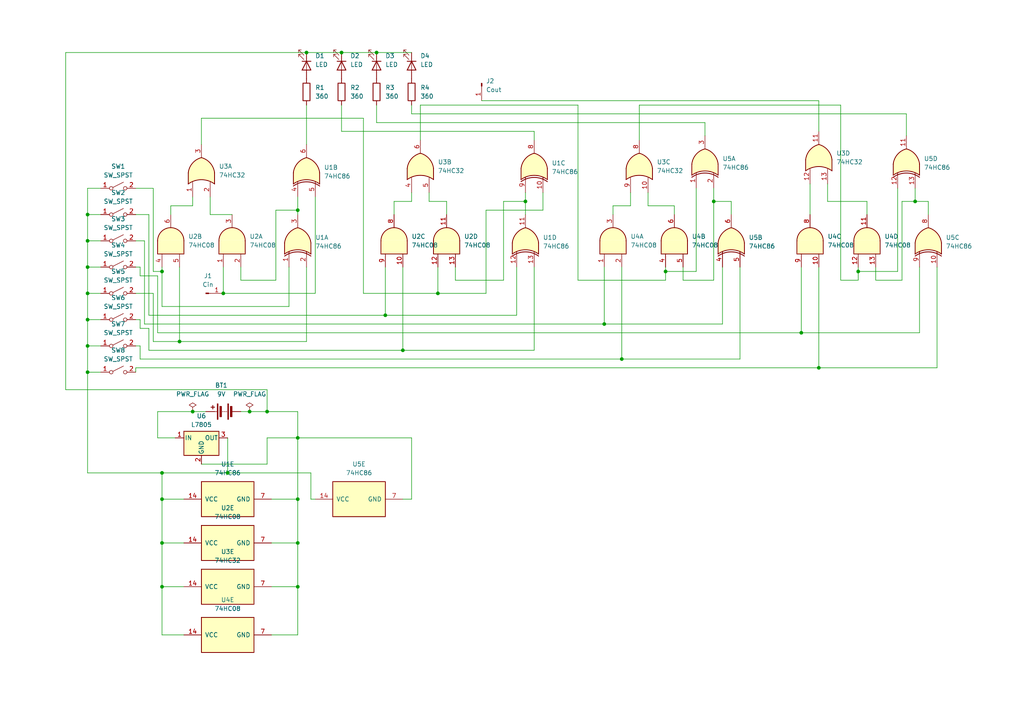
<source format=kicad_sch>
(kicad_sch (version 20230121) (generator eeschema)
  (paper "A4")
  (lib_symbols
    (symbol "74xx:74LS08" (pin_names (offset 1.016))
      (property "Reference" "U" (at 0 1.27 0))
      (property "Value" "74LS08" (at 0 -1.27 0))
      (symbol "74LS08_1_1"
        (arc (start 0 -3.81) (mid 3.7934 0) (end 0 3.81) (stroke (width 0.254)) (fill (type background)))
        (polyline (pts (xy 0 3.81) (xy -3.81 3.81) (xy -3.81 -3.81) (xy 0 -3.81)) (stroke (width 0.254)) (fill (type background)))
        (pin input line (at -7.62 2.54 0) (length 3.81) (name "~") (number "1"))
        (pin input line (at -7.62 -2.54 0) (length 3.81) (name "~") (number "2"))
        (pin output line (at 7.62 0 180) (length 3.81) (name "~") (number "3"))
      )
      (symbol "74LS08_1_2"
        (arc (start -3.81 -3.81) (mid -2.589 0) (end -3.81 3.81) (stroke (width 0.254)))
        (arc (start -0.6096 -3.81) (mid 2.1842 -2.5851) (end 3.81 0) (stroke (width 0.254)) (fill (type background)))
        (polyline (pts (xy -3.81 -3.81) (xy -0.635 -3.81)) (stroke (width 0.254)) (fill (type background)))
        (polyline (pts (xy -3.81 3.81) (xy -0.635 3.81)) (stroke (width 0.254)) (fill (type background)))
        (polyline (pts (xy -0.635 3.81) (xy -3.81 3.81) (xy -3.81 3.81) (xy -3.556 3.4036) (xy -3.0226 2.2606) (xy -2.6924 1.0414) (xy -2.6162 -0.254) (xy -2.7686 -1.4986) (xy -3.175 -2.7178) (xy -3.81 -3.81) (xy -3.81 -3.81) (xy -0.635 -3.81)) (stroke (width -25.4)) (fill (type background)))
        (arc (start 3.81 0) (mid 2.1915 2.5936) (end -0.6096 3.81) (stroke (width 0.254)) (fill (type background)))
        (pin input inverted (at -7.62 2.54 0) (length 4.318) (name "~") (number "1"))
        (pin input inverted (at -7.62 -2.54 0) (length 4.318) (name "~") (number "2"))
        (pin output inverted (at 7.62 0 180) (length 3.81) (name "~") (number "3"))
      )
      (symbol "74LS08_2_1"
        (arc (start 0 -3.81) (mid 3.7934 0) (end 0 3.81) (stroke (width 0.254)) (fill (type background)))
        (polyline (pts (xy 0 3.81) (xy -3.81 3.81) (xy -3.81 -3.81) (xy 0 -3.81)) (stroke (width 0.254)) (fill (type background)))
        (pin input line (at -7.62 2.54 0) (length 3.81) (name "~") (number "4"))
        (pin input line (at -7.62 -2.54 0) (length 3.81) (name "~") (number "5"))
        (pin output line (at 7.62 0 180) (length 3.81) (name "~") (number "6"))
      )
      (symbol "74LS08_2_2"
        (arc (start -3.81 -3.81) (mid -2.589 0) (end -3.81 3.81) (stroke (width 0.254)))
        (arc (start -0.6096 -3.81) (mid 2.1842 -2.5851) (end 3.81 0) (stroke (width 0.254)) (fill (type background)))
        (polyline (pts (xy -3.81 -3.81) (xy -0.635 -3.81)) (stroke (width 0.254)) (fill (type background)))
        (polyline (pts (xy -3.81 3.81) (xy -0.635 3.81)) (stroke (width 0.254)) (fill (type background)))
        (polyline (pts (xy -0.635 3.81) (xy -3.81 3.81) (xy -3.81 3.81) (xy -3.556 3.4036) (xy -3.0226 2.2606) (xy -2.6924 1.0414) (xy -2.6162 -0.254) (xy -2.7686 -1.4986) (xy -3.175 -2.7178) (xy -3.81 -3.81) (xy -3.81 -3.81) (xy -0.635 -3.81)) (stroke (width -25.4)) (fill (type background)))
        (arc (start 3.81 0) (mid 2.1915 2.5936) (end -0.6096 3.81) (stroke (width 0.254)) (fill (type background)))
        (pin input inverted (at -7.62 2.54 0) (length 4.318) (name "~") (number "4"))
        (pin input inverted (at -7.62 -2.54 0) (length 4.318) (name "~") (number "5"))
        (pin output inverted (at 7.62 0 180) (length 3.81) (name "~") (number "6"))
      )
      (symbol "74LS08_3_1"
        (arc (start 0 -3.81) (mid 3.7934 0) (end 0 3.81) (stroke (width 0.254)) (fill (type background)))
        (polyline (pts (xy 0 3.81) (xy -3.81 3.81) (xy -3.81 -3.81) (xy 0 -3.81)) (stroke (width 0.254)) (fill (type background)))
        (pin input line (at -7.62 -2.54 0) (length 3.81) (name "~") (number "10"))
        (pin output line (at 7.62 0 180) (length 3.81) (name "~") (number "8"))
        (pin input line (at -7.62 2.54 0) (length 3.81) (name "~") (number "9"))
      )
      (symbol "74LS08_3_2"
        (arc (start -3.81 -3.81) (mid -2.589 0) (end -3.81 3.81) (stroke (width 0.254)))
        (arc (start -0.6096 -3.81) (mid 2.1842 -2.5851) (end 3.81 0) (stroke (width 0.254)) (fill (type background)))
        (polyline (pts (xy -3.81 -3.81) (xy -0.635 -3.81)) (stroke (width 0.254)) (fill (type background)))
        (polyline (pts (xy -3.81 3.81) (xy -0.635 3.81)) (stroke (width 0.254)) (fill (type background)))
        (polyline (pts (xy -0.635 3.81) (xy -3.81 3.81) (xy -3.81 3.81) (xy -3.556 3.4036) (xy -3.0226 2.2606) (xy -2.6924 1.0414) (xy -2.6162 -0.254) (xy -2.7686 -1.4986) (xy -3.175 -2.7178) (xy -3.81 -3.81) (xy -3.81 -3.81) (xy -0.635 -3.81)) (stroke (width -25.4)) (fill (type background)))
        (arc (start 3.81 0) (mid 2.1915 2.5936) (end -0.6096 3.81) (stroke (width 0.254)) (fill (type background)))
        (pin input inverted (at -7.62 -2.54 0) (length 4.318) (name "~") (number "10"))
        (pin output inverted (at 7.62 0 180) (length 3.81) (name "~") (number "8"))
        (pin input inverted (at -7.62 2.54 0) (length 4.318) (name "~") (number "9"))
      )
      (symbol "74LS08_4_1"
        (arc (start 0 -3.81) (mid 3.7934 0) (end 0 3.81) (stroke (width 0.254)) (fill (type background)))
        (polyline (pts (xy 0 3.81) (xy -3.81 3.81) (xy -3.81 -3.81) (xy 0 -3.81)) (stroke (width 0.254)) (fill (type background)))
        (pin output line (at 7.62 0 180) (length 3.81) (name "~") (number "11"))
        (pin input line (at -7.62 2.54 0) (length 3.81) (name "~") (number "12"))
        (pin input line (at -7.62 -2.54 0) (length 3.81) (name "~") (number "13"))
      )
      (symbol "74LS08_4_2"
        (arc (start -3.81 -3.81) (mid -2.589 0) (end -3.81 3.81) (stroke (width 0.254)))
        (arc (start -0.6096 -3.81) (mid 2.1842 -2.5851) (end 3.81 0) (stroke (width 0.254)) (fill (type background)))
        (polyline (pts (xy -3.81 -3.81) (xy -0.635 -3.81)) (stroke (width 0.254)) (fill (type background)))
        (polyline (pts (xy -3.81 3.81) (xy -0.635 3.81)) (stroke (width 0.254)) (fill (type background)))
        (polyline (pts (xy -0.635 3.81) (xy -3.81 3.81) (xy -3.81 3.81) (xy -3.556 3.4036) (xy -3.0226 2.2606) (xy -2.6924 1.0414) (xy -2.6162 -0.254) (xy -2.7686 -1.4986) (xy -3.175 -2.7178) (xy -3.81 -3.81) (xy -3.81 -3.81) (xy -0.635 -3.81)) (stroke (width -25.4)) (fill (type background)))
        (arc (start 3.81 0) (mid 2.1915 2.5936) (end -0.6096 3.81) (stroke (width 0.254)) (fill (type background)))
        (pin output inverted (at 7.62 0 180) (length 3.81) (name "~") (number "11"))
        (pin input inverted (at -7.62 2.54 0) (length 4.318) (name "~") (number "12"))
        (pin input inverted (at -7.62 -2.54 0) (length 4.318) (name "~") (number "13"))
      )
      (symbol "74LS08_5_0"
        (pin power_in line (at 0 12.7 270) (length 5.08) (name "VCC") (number "14"))
        (pin power_in line (at 0 -12.7 90) (length 5.08) (name "GND") (number "7"))
      )
      (symbol "74LS08_5_1"
        (rectangle (start -5.08 7.62) (end 5.08 -7.62) (stroke (width 0.254)) (fill (type background)))
      )
    )
    (symbol "74xx:74LS32" (pin_names (offset 1.016))
      (property "Reference" "U" (at 0 1.27 0))
      (property "Value" "74LS32" (at 0 -1.27 0))
      (symbol "74LS32_1_1"
        (arc (start -3.81 -3.81) (mid -2.589 0) (end -3.81 3.81) (stroke (width 0.254)))
        (arc (start -0.6096 -3.81) (mid 2.1842 -2.5851) (end 3.81 0) (stroke (width 0.254)) (fill (type background)))
        (polyline (pts (xy -3.81 -3.81) (xy -0.635 -3.81)) (stroke (width 0.254)) (fill (type background)))
        (polyline (pts (xy -3.81 3.81) (xy -0.635 3.81)) (stroke (width 0.254)) (fill (type background)))
        (polyline (pts (xy -0.635 3.81) (xy -3.81 3.81) (xy -3.81 3.81) (xy -3.556 3.4036) (xy -3.0226 2.2606) (xy -2.6924 1.0414) (xy -2.6162 -0.254) (xy -2.7686 -1.4986) (xy -3.175 -2.7178) (xy -3.81 -3.81) (xy -3.81 -3.81) (xy -0.635 -3.81)) (stroke (width -25.4)) (fill (type background)))
        (arc (start 3.81 0) (mid 2.1915 2.5936) (end -0.6096 3.81) (stroke (width 0.254)) (fill (type background)))
        (pin input line (at -7.62 2.54 0) (length 4.318) (name "~") (number "1"))
        (pin input line (at -7.62 -2.54 0) (length 4.318) (name "~") (number "2"))
        (pin output line (at 7.62 0 180) (length 3.81) (name "~") (number "3"))
      )
      (symbol "74LS32_1_2"
        (arc (start 0 -3.81) (mid 3.7934 0) (end 0 3.81) (stroke (width 0.254)) (fill (type background)))
        (polyline (pts (xy 0 3.81) (xy -3.81 3.81) (xy -3.81 -3.81) (xy 0 -3.81)) (stroke (width 0.254)) (fill (type background)))
        (pin input inverted (at -7.62 2.54 0) (length 3.81) (name "~") (number "1"))
        (pin input inverted (at -7.62 -2.54 0) (length 3.81) (name "~") (number "2"))
        (pin output inverted (at 7.62 0 180) (length 3.81) (name "~") (number "3"))
      )
      (symbol "74LS32_2_1"
        (arc (start -3.81 -3.81) (mid -2.589 0) (end -3.81 3.81) (stroke (width 0.254)))
        (arc (start -0.6096 -3.81) (mid 2.1842 -2.5851) (end 3.81 0) (stroke (width 0.254)) (fill (type background)))
        (polyline (pts (xy -3.81 -3.81) (xy -0.635 -3.81)) (stroke (width 0.254)) (fill (type background)))
        (polyline (pts (xy -3.81 3.81) (xy -0.635 3.81)) (stroke (width 0.254)) (fill (type background)))
        (polyline (pts (xy -0.635 3.81) (xy -3.81 3.81) (xy -3.81 3.81) (xy -3.556 3.4036) (xy -3.0226 2.2606) (xy -2.6924 1.0414) (xy -2.6162 -0.254) (xy -2.7686 -1.4986) (xy -3.175 -2.7178) (xy -3.81 -3.81) (xy -3.81 -3.81) (xy -0.635 -3.81)) (stroke (width -25.4)) (fill (type background)))
        (arc (start 3.81 0) (mid 2.1915 2.5936) (end -0.6096 3.81) (stroke (width 0.254)) (fill (type background)))
        (pin input line (at -7.62 2.54 0) (length 4.318) (name "~") (number "4"))
        (pin input line (at -7.62 -2.54 0) (length 4.318) (name "~") (number "5"))
        (pin output line (at 7.62 0 180) (length 3.81) (name "~") (number "6"))
      )
      (symbol "74LS32_2_2"
        (arc (start 0 -3.81) (mid 3.7934 0) (end 0 3.81) (stroke (width 0.254)) (fill (type background)))
        (polyline (pts (xy 0 3.81) (xy -3.81 3.81) (xy -3.81 -3.81) (xy 0 -3.81)) (stroke (width 0.254)) (fill (type background)))
        (pin input inverted (at -7.62 2.54 0) (length 3.81) (name "~") (number "4"))
        (pin input inverted (at -7.62 -2.54 0) (length 3.81) (name "~") (number "5"))
        (pin output inverted (at 7.62 0 180) (length 3.81) (name "~") (number "6"))
      )
      (symbol "74LS32_3_1"
        (arc (start -3.81 -3.81) (mid -2.589 0) (end -3.81 3.81) (stroke (width 0.254)))
        (arc (start -0.6096 -3.81) (mid 2.1842 -2.5851) (end 3.81 0) (stroke (width 0.254)) (fill (type background)))
        (polyline (pts (xy -3.81 -3.81) (xy -0.635 -3.81)) (stroke (width 0.254)) (fill (type background)))
        (polyline (pts (xy -3.81 3.81) (xy -0.635 3.81)) (stroke (width 0.254)) (fill (type background)))
        (polyline (pts (xy -0.635 3.81) (xy -3.81 3.81) (xy -3.81 3.81) (xy -3.556 3.4036) (xy -3.0226 2.2606) (xy -2.6924 1.0414) (xy -2.6162 -0.254) (xy -2.7686 -1.4986) (xy -3.175 -2.7178) (xy -3.81 -3.81) (xy -3.81 -3.81) (xy -0.635 -3.81)) (stroke (width -25.4)) (fill (type background)))
        (arc (start 3.81 0) (mid 2.1915 2.5936) (end -0.6096 3.81) (stroke (width 0.254)) (fill (type background)))
        (pin input line (at -7.62 -2.54 0) (length 4.318) (name "~") (number "10"))
        (pin output line (at 7.62 0 180) (length 3.81) (name "~") (number "8"))
        (pin input line (at -7.62 2.54 0) (length 4.318) (name "~") (number "9"))
      )
      (symbol "74LS32_3_2"
        (arc (start 0 -3.81) (mid 3.7934 0) (end 0 3.81) (stroke (width 0.254)) (fill (type background)))
        (polyline (pts (xy 0 3.81) (xy -3.81 3.81) (xy -3.81 -3.81) (xy 0 -3.81)) (stroke (width 0.254)) (fill (type background)))
        (pin input inverted (at -7.62 -2.54 0) (length 3.81) (name "~") (number "10"))
        (pin output inverted (at 7.62 0 180) (length 3.81) (name "~") (number "8"))
        (pin input inverted (at -7.62 2.54 0) (length 3.81) (name "~") (number "9"))
      )
      (symbol "74LS32_4_1"
        (arc (start -3.81 -3.81) (mid -2.589 0) (end -3.81 3.81) (stroke (width 0.254)))
        (arc (start -0.6096 -3.81) (mid 2.1842 -2.5851) (end 3.81 0) (stroke (width 0.254)) (fill (type background)))
        (polyline (pts (xy -3.81 -3.81) (xy -0.635 -3.81)) (stroke (width 0.254)) (fill (type background)))
        (polyline (pts (xy -3.81 3.81) (xy -0.635 3.81)) (stroke (width 0.254)) (fill (type background)))
        (polyline (pts (xy -0.635 3.81) (xy -3.81 3.81) (xy -3.81 3.81) (xy -3.556 3.4036) (xy -3.0226 2.2606) (xy -2.6924 1.0414) (xy -2.6162 -0.254) (xy -2.7686 -1.4986) (xy -3.175 -2.7178) (xy -3.81 -3.81) (xy -3.81 -3.81) (xy -0.635 -3.81)) (stroke (width -25.4)) (fill (type background)))
        (arc (start 3.81 0) (mid 2.1915 2.5936) (end -0.6096 3.81) (stroke (width 0.254)) (fill (type background)))
        (pin output line (at 7.62 0 180) (length 3.81) (name "~") (number "11"))
        (pin input line (at -7.62 2.54 0) (length 4.318) (name "~") (number "12"))
        (pin input line (at -7.62 -2.54 0) (length 4.318) (name "~") (number "13"))
      )
      (symbol "74LS32_4_2"
        (arc (start 0 -3.81) (mid 3.7934 0) (end 0 3.81) (stroke (width 0.254)) (fill (type background)))
        (polyline (pts (xy 0 3.81) (xy -3.81 3.81) (xy -3.81 -3.81) (xy 0 -3.81)) (stroke (width 0.254)) (fill (type background)))
        (pin output inverted (at 7.62 0 180) (length 3.81) (name "~") (number "11"))
        (pin input inverted (at -7.62 2.54 0) (length 3.81) (name "~") (number "12"))
        (pin input inverted (at -7.62 -2.54 0) (length 3.81) (name "~") (number "13"))
      )
      (symbol "74LS32_5_0"
        (pin power_in line (at 0 12.7 270) (length 5.08) (name "VCC") (number "14"))
        (pin power_in line (at 0 -12.7 90) (length 5.08) (name "GND") (number "7"))
      )
      (symbol "74LS32_5_1"
        (rectangle (start -5.08 7.62) (end 5.08 -7.62) (stroke (width 0.254)) (fill (type background)))
      )
    )
    (symbol "74xx:74LS86" (pin_names (offset 1.016))
      (property "Reference" "U" (at 0 1.27 0))
      (property "Value" "74LS86" (at 0 -1.27 0))
      (symbol "74LS86_1_0"
        (arc (start -4.4196 -3.81) (mid -3.2033 0) (end -4.4196 3.81) (stroke (width 0.254)))
        (arc (start -3.81 -3.81) (mid -2.589 0) (end -3.81 3.81) (stroke (width 0.254)))
        (arc (start -0.6096 -3.81) (mid 2.1842 -2.5851) (end 3.81 0) (stroke (width 0.254)) (fill (type background)))
        (polyline (pts (xy -3.81 -3.81) (xy -0.635 -3.81)) (stroke (width 0.254)) (fill (type background)))
        (polyline (pts (xy -3.81 3.81) (xy -0.635 3.81)) (stroke (width 0.254)) (fill (type background)))
        (polyline (pts (xy -0.635 3.81) (xy -3.81 3.81) (xy -3.81 3.81) (xy -3.556 3.4036) (xy -3.0226 2.2606) (xy -2.6924 1.0414) (xy -2.6162 -0.254) (xy -2.7686 -1.4986) (xy -3.175 -2.7178) (xy -3.81 -3.81) (xy -3.81 -3.81) (xy -0.635 -3.81)) (stroke (width -25.4)) (fill (type background)))
        (arc (start 3.81 0) (mid 2.1915 2.5936) (end -0.6096 3.81) (stroke (width 0.254)) (fill (type background)))
        (pin input line (at -7.62 2.54 0) (length 4.445) (name "~") (number "1"))
        (pin input line (at -7.62 -2.54 0) (length 4.445) (name "~") (number "2"))
        (pin output line (at 7.62 0 180) (length 3.81) (name "~") (number "3"))
      )
      (symbol "74LS86_1_1"
        (polyline (pts (xy -3.81 -2.54) (xy -3.175 -2.54)) (stroke (width 0.1524)))
        (polyline (pts (xy -3.81 2.54) (xy -3.175 2.54)) (stroke (width 0.1524)))
      )
      (symbol "74LS86_2_0"
        (arc (start -4.4196 -3.81) (mid -3.2033 0) (end -4.4196 3.81) (stroke (width 0.254)))
        (arc (start -3.81 -3.81) (mid -2.589 0) (end -3.81 3.81) (stroke (width 0.254)))
        (arc (start -0.6096 -3.81) (mid 2.1842 -2.5851) (end 3.81 0) (stroke (width 0.254)) (fill (type background)))
        (polyline (pts (xy -3.81 -3.81) (xy -0.635 -3.81)) (stroke (width 0.254)) (fill (type background)))
        (polyline (pts (xy -3.81 3.81) (xy -0.635 3.81)) (stroke (width 0.254)) (fill (type background)))
        (polyline (pts (xy -0.635 3.81) (xy -3.81 3.81) (xy -3.81 3.81) (xy -3.556 3.4036) (xy -3.0226 2.2606) (xy -2.6924 1.0414) (xy -2.6162 -0.254) (xy -2.7686 -1.4986) (xy -3.175 -2.7178) (xy -3.81 -3.81) (xy -3.81 -3.81) (xy -0.635 -3.81)) (stroke (width -25.4)) (fill (type background)))
        (arc (start 3.81 0) (mid 2.1915 2.5936) (end -0.6096 3.81) (stroke (width 0.254)) (fill (type background)))
        (pin input line (at -7.62 2.54 0) (length 4.445) (name "~") (number "4"))
        (pin input line (at -7.62 -2.54 0) (length 4.445) (name "~") (number "5"))
        (pin output line (at 7.62 0 180) (length 3.81) (name "~") (number "6"))
      )
      (symbol "74LS86_2_1"
        (polyline (pts (xy -3.81 -2.54) (xy -3.175 -2.54)) (stroke (width 0.1524)))
        (polyline (pts (xy -3.81 2.54) (xy -3.175 2.54)) (stroke (width 0.1524)))
      )
      (symbol "74LS86_3_0"
        (arc (start -4.4196 -3.81) (mid -3.2033 0) (end -4.4196 3.81) (stroke (width 0.254)))
        (arc (start -3.81 -3.81) (mid -2.589 0) (end -3.81 3.81) (stroke (width 0.254)))
        (arc (start -0.6096 -3.81) (mid 2.1842 -2.5851) (end 3.81 0) (stroke (width 0.254)) (fill (type background)))
        (polyline (pts (xy -3.81 -3.81) (xy -0.635 -3.81)) (stroke (width 0.254)) (fill (type background)))
        (polyline (pts (xy -3.81 3.81) (xy -0.635 3.81)) (stroke (width 0.254)) (fill (type background)))
        (polyline (pts (xy -0.635 3.81) (xy -3.81 3.81) (xy -3.81 3.81) (xy -3.556 3.4036) (xy -3.0226 2.2606) (xy -2.6924 1.0414) (xy -2.6162 -0.254) (xy -2.7686 -1.4986) (xy -3.175 -2.7178) (xy -3.81 -3.81) (xy -3.81 -3.81) (xy -0.635 -3.81)) (stroke (width -25.4)) (fill (type background)))
        (arc (start 3.81 0) (mid 2.1915 2.5936) (end -0.6096 3.81) (stroke (width 0.254)) (fill (type background)))
        (pin input line (at -7.62 -2.54 0) (length 4.445) (name "~") (number "10"))
        (pin output line (at 7.62 0 180) (length 3.81) (name "~") (number "8"))
        (pin input line (at -7.62 2.54 0) (length 4.445) (name "~") (number "9"))
      )
      (symbol "74LS86_3_1"
        (polyline (pts (xy -3.81 -2.54) (xy -3.175 -2.54)) (stroke (width 0.1524)))
        (polyline (pts (xy -3.81 2.54) (xy -3.175 2.54)) (stroke (width 0.1524)))
      )
      (symbol "74LS86_4_0"
        (arc (start -4.4196 -3.81) (mid -3.2033 0) (end -4.4196 3.81) (stroke (width 0.254)))
        (arc (start -3.81 -3.81) (mid -2.589 0) (end -3.81 3.81) (stroke (width 0.254)))
        (arc (start -0.6096 -3.81) (mid 2.1842 -2.5851) (end 3.81 0) (stroke (width 0.254)) (fill (type background)))
        (polyline (pts (xy -3.81 -3.81) (xy -0.635 -3.81)) (stroke (width 0.254)) (fill (type background)))
        (polyline (pts (xy -3.81 3.81) (xy -0.635 3.81)) (stroke (width 0.254)) (fill (type background)))
        (polyline (pts (xy -0.635 3.81) (xy -3.81 3.81) (xy -3.81 3.81) (xy -3.556 3.4036) (xy -3.0226 2.2606) (xy -2.6924 1.0414) (xy -2.6162 -0.254) (xy -2.7686 -1.4986) (xy -3.175 -2.7178) (xy -3.81 -3.81) (xy -3.81 -3.81) (xy -0.635 -3.81)) (stroke (width -25.4)) (fill (type background)))
        (arc (start 3.81 0) (mid 2.1915 2.5936) (end -0.6096 3.81) (stroke (width 0.254)) (fill (type background)))
        (pin output line (at 7.62 0 180) (length 3.81) (name "~") (number "11"))
        (pin input line (at -7.62 2.54 0) (length 4.445) (name "~") (number "12"))
        (pin input line (at -7.62 -2.54 0) (length 4.445) (name "~") (number "13"))
      )
      (symbol "74LS86_4_1"
        (polyline (pts (xy -3.81 -2.54) (xy -3.175 -2.54)) (stroke (width 0.1524)))
        (polyline (pts (xy -3.81 2.54) (xy -3.175 2.54)) (stroke (width 0.1524)))
      )
      (symbol "74LS86_5_0"
        (pin power_in line (at 0 12.7 270) (length 5.08) (name "VCC") (number "14"))
        (pin power_in line (at 0 -12.7 90) (length 5.08) (name "GND") (number "7"))
      )
      (symbol "74LS86_5_1"
        (rectangle (start -5.08 7.62) (end 5.08 -7.62) (stroke (width 0.254)) (fill (type background)))
      )
    )
    (symbol "Connector:Conn_01x01_Pin" (pin_names (offset 1.016) hide)
      (property "Reference" "J" (at 0 2.54 0))
      (property "Value" "Conn_01x01_Pin" (at 0 -2.54 0))
      (symbol "Conn_01x01_Pin_1_1"
        (polyline (pts (xy 1.27 0) (xy 0.8636 0)) (stroke (width 0.1524)))
        (rectangle (start 0.8636 0.127) (end 0 -0.127) (stroke (width 0.1524)) (fill (type outline)))
        (pin passive line (at 5.08 0 180) (length 3.81) (name "Pin_1") (number "1"))
      )
    )
    (symbol "Device:Battery" (pin_numbers hide) (pin_names (offset 0) hide)
      (property "Reference" "BT" (at 2.54 2.54 0))
      (property "Value" "Battery" (at 2.54 0 0))
      (symbol "Battery_0_1"
        (rectangle (start -2.286 -1.27) (end 2.286 -1.524) (fill (type outline)))
        (rectangle (start -2.286 1.778) (end 2.286 1.524) (fill (type outline)))
        (rectangle (start -1.524 -2.032) (end 1.524 -2.54) (fill (type outline)))
        (rectangle (start -1.524 1.016) (end 1.524 0.508) (fill (type outline)))
        (polyline (pts (xy 0 -1.016) (xy 0 -0.762)))
        (polyline (pts (xy 0 -0.508) (xy 0 -0.254)))
        (polyline (pts (xy 0 0) (xy 0 0.254)))
        (polyline (pts (xy 0 1.778) (xy 0 2.54)))
        (polyline (pts (xy 0.762 3.048) (xy 1.778 3.048)) (stroke (width 0.254)))
        (polyline (pts (xy 1.27 3.556) (xy 1.27 2.54)) (stroke (width 0.254)))
      )
      (symbol "Battery_1_1"
        (pin passive line (at 0 5.08 270) (length 2.54) (name "+") (number "1"))
        (pin passive line (at 0 -5.08 90) (length 2.54) (name "-") (number "2"))
      )
    )
    (symbol "Device:LED" (pin_numbers hide) (pin_names (offset 1.016) hide)
      (property "Reference" "D" (at 0 2.54 0))
      (property "Value" "LED" (at 0 -2.54 0))
      (symbol "LED_0_1"
        (polyline (pts (xy -1.27 -1.27) (xy -1.27 1.27)) (stroke (width 0.254)))
        (polyline (pts (xy -1.27 0) (xy 1.27 0)))
        (polyline (pts (xy 1.27 -1.27) (xy 1.27 1.27) (xy -1.27 0) (xy 1.27 -1.27)) (stroke (width 0.254)))
        (polyline (pts (xy -3.048 -0.762) (xy -4.572 -2.286) (xy -3.81 -2.286) (xy -4.572 -2.286) (xy -4.572 -1.524)))
        (polyline (pts (xy -1.778 -0.762) (xy -3.302 -2.286) (xy -2.54 -2.286) (xy -3.302 -2.286) (xy -3.302 -1.524)))
      )
      (symbol "LED_1_1"
        (pin passive line (at -3.81 0 0) (length 2.54) (name "K") (number "1"))
        (pin passive line (at 3.81 0 180) (length 2.54) (name "A") (number "2"))
      )
    )
    (symbol "Device:R" (pin_numbers hide) (pin_names (offset 0))
      (property "Reference" "R" (at 2.032 0 90))
      (property "Value" "R" (at 0 0 90))
      (symbol "R_0_1"
        (rectangle (start -1.016 -2.54) (end 1.016 2.54) (stroke (width 0.254)))
      )
      (symbol "R_1_1"
        (pin passive line (at 0 3.81 270) (length 1.27) (name "~") (number "1"))
        (pin passive line (at 0 -3.81 90) (length 1.27) (name "~") (number "2"))
      )
    )
    (symbol "Regulator_Linear:L7805" (pin_names (offset 0.254))
      (property "Reference" "U" (at -3.81 3.175 0))
      (property "Value" "L7805" (at 0 3.175 0))
      (symbol "L7805_0_1"
        (rectangle (start -5.08 1.905) (end 5.08 -5.08) (stroke (width 0.254)) (fill (type background)))
      )
      (symbol "L7805_1_1"
        (pin power_in line (at -7.62 0 0) (length 2.54) (name "IN") (number "1"))
        (pin power_in line (at 0 -7.62 90) (length 2.54) (name "GND") (number "2"))
        (pin power_out line (at 7.62 0 180) (length 2.54) (name "OUT") (number "3"))
      )
    )
    (symbol "Switch:SW_SPST" (pin_names (offset 0) hide)
      (property "Reference" "SW" (at 0 3.175 0))
      (property "Value" "SW_SPST" (at 0 -2.54 0))
      (symbol "SW_SPST_0_0"
        (circle (center -2.032 0) (radius 0.508))
        (polyline (pts (xy -1.524 0.254) (xy 1.524 1.778)))
        (circle (center 2.032 0) (radius 0.508))
      )
      (symbol "SW_SPST_1_1"
        (pin passive line (at -5.08 0 0) (length 2.54) (name "A") (number "1"))
        (pin passive line (at 5.08 0 180) (length 2.54) (name "B") (number "2"))
      )
    )
    (symbol "power:PWR_FLAG" (power) (pin_numbers hide) (pin_names (offset 0) hide)
      (property "Value" "PWR_FLAG" (at 0 3.81 0))
      (symbol "PWR_FLAG_0_0"
        (pin power_out line (at 0 0 90) (length 0) (name "pwr") (number "1"))
      )
      (symbol "PWR_FLAG_0_1"
        (polyline (pts (xy 0 0) (xy 0 1.27) (xy -1.016 1.905) (xy 0 2.54) (xy 1.016 1.905) (xy 0 1.27)))
      )
    )
  )
  (junction (at 46.99 157.48))
  (junction (at 25.4 92.71))
  (junction (at 175.26 93.98))
  (junction (at 25.4 107.95))
  (junction (at 180.34 104.14))
  (junction (at 77.47 119.38))
  (junction (at 25.4 100.33))
  (junction (at 86.36 60.96))
  (junction (at 193.04 78.74))
  (junction (at 99.06 15.24))
  (junction (at 237.49 106.68))
  (junction (at 109.22 15.24))
  (junction (at 86.36 144.78))
  (junction (at 86.36 157.48))
  (junction (at 86.36 127))
  (junction (at 116.84 101.6))
  (junction (at 127 85.09))
  (junction (at 72.39 119.38))
  (junction (at 152.4 58.42))
  (junction (at 25.4 62.23))
  (junction (at 88.9 15.24))
  (junction (at 86.36 170.18))
  (junction (at 248.92 78.74))
  (junction (at 64.77 85.09))
  (junction (at 111.76 91.44))
  (junction (at 207.01 58.42))
  (junction (at 25.4 77.47))
  (junction (at 46.99 144.78))
  (junction (at 25.4 85.09))
  (junction (at 265.43 58.42))
  (junction (at 66.04 137.16))
  (junction (at 25.4 69.85))
  (junction (at 232.41 96.52))
  (junction (at 55.88 119.38))
  (junction (at 46.99 170.18))
  (junction (at 46.99 137.16))
  (junction (at 46.99 78.74))
  (junction (at 52.07 99.06))
  (wire (pts (xy 25.4 69.85) (xy 29.21 69.85)))
  (wire (pts (xy 83.82 88.9) (xy 83.82 77.47)))
  (wire (pts (xy 86.36 144.78) (xy 86.36 157.48)))
  (wire (pts (xy 25.4 54.61) (xy 29.21 54.61)))
  (wire (pts (xy 260.35 78.74) (xy 260.35 54.61)))
  (wire (pts (xy 40.64 77.47) (xy 40.64 80.01)))
  (wire (pts (xy 40.64 92.71) (xy 40.64 95.25)))
  (wire (pts (xy 40.64 95.25) (xy 43.18 95.25)))
  (wire (pts (xy 25.4 92.71) (xy 25.4 100.33)))
  (wire (pts (xy 248.92 78.74) (xy 248.92 77.47)))
  (wire (pts (xy 207.01 58.42) (xy 207.01 81.28)))
  (wire (pts (xy 25.4 100.33) (xy 25.4 107.95)))
  (wire (pts (xy 146.05 81.28) (xy 132.08 81.28)))
  (wire (pts (xy 25.4 77.47) (xy 25.4 85.09)))
  (wire (pts (xy 105.41 85.09) (xy 127 85.09)))
  (wire (pts (xy 46.99 144.78) (xy 53.34 144.78)))
  (wire (pts (xy 182.88 59.69) (xy 182.88 55.88)))
  (wire (pts (xy 86.36 157.48) (xy 86.36 170.18)))
  (wire (pts (xy 58.42 41.91) (xy 58.42 34.29)))
  (wire (pts (xy 43.18 101.6) (xy 116.84 101.6)))
  (wire (pts (xy 232.41 96.52) (xy 266.7 96.52)))
  (wire (pts (xy 195.58 59.69) (xy 187.96 59.69)))
  (wire (pts (xy 177.8 62.23) (xy 177.8 59.69)))
  (wire (pts (xy 185.42 30.48) (xy 243.84 30.48)))
  (wire (pts (xy 44.45 78.74) (xy 46.99 78.74)))
  (wire (pts (xy 46.99 170.18) (xy 46.99 184.15)))
  (wire (pts (xy 90.17 144.78) (xy 91.44 144.78)))
  (wire (pts (xy 175.26 93.98) (xy 175.26 77.47)))
  (wire (pts (xy 69.85 81.28) (xy 69.85 77.47)))
  (wire (pts (xy 212.09 62.23) (xy 212.09 58.42)))
  (wire (pts (xy 237.49 106.68) (xy 271.78 106.68)))
  (wire (pts (xy 124.46 58.42) (xy 124.46 55.88)))
  (wire (pts (xy 152.4 58.42) (xy 146.05 58.42)))
  (wire (pts (xy 214.63 104.14) (xy 214.63 77.47)))
  (wire (pts (xy 127 85.09) (xy 127 77.47)))
  (wire (pts (xy 269.24 62.23) (xy 269.24 58.42)))
  (wire (pts (xy 86.36 62.23) (xy 86.36 60.96)))
  (wire (pts (xy 240.03 58.42) (xy 240.03 53.34)))
  (wire (pts (xy 77.47 113.03) (xy 77.47 119.38)))
  (wire (pts (xy 269.24 58.42) (xy 265.43 58.42)))
  (wire (pts (xy 53.34 170.18) (xy 46.99 170.18)))
  (wire (pts (xy 127 85.09) (xy 140.97 85.09)))
  (wire (pts (xy 99.06 15.24) (xy 88.9 15.24)))
  (wire (pts (xy 254 81.28) (xy 254 77.47)))
  (wire (pts (xy 25.4 69.85) (xy 25.4 77.47)))
  (wire (pts (xy 43.18 62.23) (xy 43.18 91.44)))
  (wire (pts (xy 88.9 15.24) (xy 19.05 15.24)))
  (wire (pts (xy 39.37 62.23) (xy 43.18 62.23)))
  (wire (pts (xy 46.99 78.74) (xy 46.99 88.9)))
  (wire (pts (xy 154.94 101.6) (xy 154.94 77.47)))
  (wire (pts (xy 198.12 81.28) (xy 198.12 77.47)))
  (wire (pts (xy 129.54 58.42) (xy 124.46 58.42)))
  (wire (pts (xy 193.04 81.28) (xy 193.04 78.74)))
  (wire (pts (xy 116.84 101.6) (xy 154.94 101.6)))
  (wire (pts (xy 86.36 127) (xy 119.38 127)))
  (wire (pts (xy 207.01 58.42) (xy 207.01 54.61)))
  (wire (pts (xy 237.49 29.21) (xy 237.49 38.1)))
  (wire (pts (xy 25.4 107.95) (xy 25.4 137.16)))
  (wire (pts (xy 204.47 39.37) (xy 204.47 35.56)))
  (wire (pts (xy 204.47 35.56) (xy 109.22 35.56)))
  (wire (pts (xy 121.92 30.48) (xy 167.64 30.48)))
  (wire (pts (xy 261.62 81.28) (xy 254 81.28)))
  (wire (pts (xy 78.74 157.48) (xy 86.36 157.48)))
  (wire (pts (xy 78.74 144.78) (xy 86.36 144.78)))
  (wire (pts (xy 180.34 104.14) (xy 214.63 104.14)))
  (wire (pts (xy 60.96 62.23) (xy 60.96 57.15)))
  (wire (pts (xy 25.4 107.95) (xy 29.21 107.95)))
  (wire (pts (xy 88.9 99.06) (xy 88.9 77.47)))
  (wire (pts (xy 119.38 15.24) (xy 109.22 15.24)))
  (wire (pts (xy 52.07 99.06) (xy 52.07 77.47)))
  (wire (pts (xy 86.36 60.96) (xy 80.01 60.96)))
  (wire (pts (xy 66.04 127) (xy 66.04 137.16)))
  (wire (pts (xy 80.01 60.96) (xy 80.01 81.28)))
  (wire (pts (xy 111.76 91.44) (xy 111.76 77.47)))
  (wire (pts (xy 45.72 127) (xy 45.72 119.38)))
  (wire (pts (xy 237.49 106.68) (xy 237.49 77.47)))
  (wire (pts (xy 119.38 144.78) (xy 116.84 144.78)))
  (wire (pts (xy 86.36 127) (xy 86.36 144.78)))
  (wire (pts (xy 146.05 58.42) (xy 146.05 81.28)))
  (wire (pts (xy 207.01 81.28) (xy 198.12 81.28)))
  (wire (pts (xy 116.84 101.6) (xy 116.84 77.47)))
  (wire (pts (xy 25.4 85.09) (xy 29.21 85.09)))
  (wire (pts (xy 43.18 91.44) (xy 111.76 91.44)))
  (wire (pts (xy 86.36 127) (xy 86.36 119.38)))
  (wire (pts (xy 140.97 85.09) (xy 140.97 60.96)))
  (wire (pts (xy 119.38 58.42) (xy 119.38 55.88)))
  (wire (pts (xy 55.88 119.38) (xy 59.69 119.38)))
  (wire (pts (xy 45.72 96.52) (xy 232.41 96.52)))
  (wire (pts (xy 187.96 59.69) (xy 187.96 55.88)))
  (wire (pts (xy 53.34 157.48) (xy 46.99 157.48)))
  (wire (pts (xy 25.4 92.71) (xy 29.21 92.71)))
  (wire (pts (xy 111.76 91.44) (xy 149.86 91.44)))
  (wire (pts (xy 91.44 57.15) (xy 91.44 85.09)))
  (wire (pts (xy 149.86 91.44) (xy 149.86 77.47)))
  (wire (pts (xy 109.22 15.24) (xy 99.06 15.24)))
  (wire (pts (xy 157.48 55.88) (xy 157.48 60.96)))
  (wire (pts (xy 201.93 78.74) (xy 201.93 54.61)))
  (wire (pts (xy 78.74 170.18) (xy 86.36 170.18)))
  (wire (pts (xy 39.37 85.09) (xy 44.45 85.09)))
  (wire (pts (xy 212.09 58.42) (xy 207.01 58.42)))
  (wire (pts (xy 77.47 127) (xy 86.36 127)))
  (wire (pts (xy 45.72 119.38) (xy 55.88 119.38)))
  (wire (pts (xy 39.37 106.68) (xy 39.37 107.95)))
  (wire (pts (xy 167.64 30.48) (xy 167.64 81.28)))
  (wire (pts (xy 88.9 30.48) (xy 88.9 41.91)))
  (wire (pts (xy 45.72 80.01) (xy 45.72 96.52)))
  (wire (pts (xy 248.92 78.74) (xy 260.35 78.74)))
  (wire (pts (xy 193.04 78.74) (xy 201.93 78.74)))
  (wire (pts (xy 25.4 85.09) (xy 25.4 92.71)))
  (wire (pts (xy 119.38 33.02) (xy 262.89 33.02)))
  (wire (pts (xy 44.45 99.06) (xy 52.07 99.06)))
  (wire (pts (xy 177.8 59.69) (xy 182.88 59.69)))
  (wire (pts (xy 209.55 93.98) (xy 209.55 77.47)))
  (wire (pts (xy 119.38 30.48) (xy 119.38 33.02)))
  (wire (pts (xy 41.91 69.85) (xy 41.91 93.98)))
  (wire (pts (xy 46.99 157.48) (xy 46.99 144.78)))
  (wire (pts (xy 46.99 137.16) (xy 46.99 144.78)))
  (wire (pts (xy 25.4 62.23) (xy 25.4 69.85)))
  (wire (pts (xy 39.37 100.33) (xy 40.64 100.33)))
  (wire (pts (xy 39.37 69.85) (xy 41.91 69.85)))
  (wire (pts (xy 271.78 106.68) (xy 271.78 77.47)))
  (wire (pts (xy 49.53 59.69) (xy 55.88 59.69)))
  (wire (pts (xy 46.99 137.16) (xy 66.04 137.16)))
  (wire (pts (xy 77.47 127) (xy 77.47 134.62)))
  (wire (pts (xy 248.92 81.28) (xy 248.92 78.74)))
  (wire (pts (xy 77.47 119.38) (xy 72.39 119.38)))
  (wire (pts (xy 53.34 184.15) (xy 46.99 184.15)))
  (wire (pts (xy 251.46 62.23) (xy 251.46 58.42)))
  (wire (pts (xy 139.7 29.21) (xy 237.49 29.21)))
  (wire (pts (xy 86.36 60.96) (xy 86.36 57.15)))
  (wire (pts (xy 66.04 137.16) (xy 90.17 137.16)))
  (wire (pts (xy 251.46 58.42) (xy 240.03 58.42)))
  (wire (pts (xy 129.54 62.23) (xy 129.54 58.42)))
  (wire (pts (xy 193.04 78.74) (xy 193.04 77.47)))
  (wire (pts (xy 90.17 137.16) (xy 90.17 144.78)))
  (wire (pts (xy 234.95 62.23) (xy 234.95 53.34)))
  (wire (pts (xy 39.37 54.61) (xy 44.45 54.61)))
  (wire (pts (xy 25.4 62.23) (xy 29.21 62.23)))
  (wire (pts (xy 46.99 77.47) (xy 46.99 78.74)))
  (wire (pts (xy 39.37 106.68) (xy 237.49 106.68)))
  (wire (pts (xy 265.43 58.42) (xy 261.62 58.42)))
  (wire (pts (xy 58.42 34.29) (xy 105.41 34.29)))
  (wire (pts (xy 58.42 134.62) (xy 77.47 134.62)))
  (wire (pts (xy 119.38 127) (xy 119.38 144.78)))
  (wire (pts (xy 243.84 30.48) (xy 243.84 81.28)))
  (wire (pts (xy 266.7 96.52) (xy 266.7 77.47)))
  (wire (pts (xy 86.36 119.38) (xy 77.47 119.38)))
  (wire (pts (xy 105.41 34.29) (xy 105.41 85.09)))
  (wire (pts (xy 44.45 54.61) (xy 44.45 78.74)))
  (wire (pts (xy 232.41 96.52) (xy 232.41 77.47)))
  (wire (pts (xy 132.08 81.28) (xy 132.08 77.47)))
  (wire (pts (xy 64.77 77.47) (xy 64.77 85.09)))
  (wire (pts (xy 243.84 81.28) (xy 248.92 81.28)))
  (wire (pts (xy 86.36 170.18) (xy 86.36 184.15)))
  (wire (pts (xy 152.4 58.42) (xy 152.4 55.88)))
  (wire (pts (xy 55.88 59.69) (xy 55.88 57.15)))
  (wire (pts (xy 109.22 30.48) (xy 109.22 35.56)))
  (wire (pts (xy 40.64 80.01) (xy 45.72 80.01)))
  (wire (pts (xy 25.4 100.33) (xy 29.21 100.33)))
  (wire (pts (xy 44.45 85.09) (xy 44.45 99.06)))
  (wire (pts (xy 154.94 40.64) (xy 154.94 38.1)))
  (wire (pts (xy 140.97 60.96) (xy 157.48 60.96)))
  (wire (pts (xy 19.05 15.24) (xy 19.05 113.03)))
  (wire (pts (xy 39.37 77.47) (xy 40.64 77.47)))
  (wire (pts (xy 25.4 137.16) (xy 46.99 137.16)))
  (wire (pts (xy 114.3 62.23) (xy 114.3 58.42)))
  (wire (pts (xy 41.91 93.98) (xy 175.26 93.98)))
  (wire (pts (xy 152.4 62.23) (xy 152.4 58.42)))
  (wire (pts (xy 19.05 113.03) (xy 77.47 113.03)))
  (wire (pts (xy 40.64 100.33) (xy 40.64 104.14)))
  (wire (pts (xy 72.39 119.38) (xy 69.85 119.38)))
  (wire (pts (xy 25.4 54.61) (xy 25.4 62.23)))
  (wire (pts (xy 185.42 40.64) (xy 185.42 30.48)))
  (wire (pts (xy 46.99 157.48) (xy 46.99 170.18)))
  (wire (pts (xy 175.26 93.98) (xy 209.55 93.98)))
  (wire (pts (xy 262.89 33.02) (xy 262.89 39.37)))
  (wire (pts (xy 50.8 127) (xy 45.72 127)))
  (wire (pts (xy 195.58 62.23) (xy 195.58 59.69)))
  (wire (pts (xy 43.18 95.25) (xy 43.18 101.6)))
  (wire (pts (xy 39.37 92.71) (xy 40.64 92.71)))
  (wire (pts (xy 46.99 88.9) (xy 83.82 88.9)))
  (wire (pts (xy 180.34 104.14) (xy 180.34 77.47)))
  (wire (pts (xy 167.64 81.28) (xy 193.04 81.28)))
  (wire (pts (xy 80.01 81.28) (xy 69.85 81.28)))
  (wire (pts (xy 78.74 184.15) (xy 86.36 184.15)))
  (wire (pts (xy 99.06 30.48) (xy 99.06 38.1)))
  (wire (pts (xy 154.94 38.1) (xy 99.06 38.1)))
  (wire (pts (xy 67.31 62.23) (xy 60.96 62.23)))
  (wire (pts (xy 114.3 58.42) (xy 119.38 58.42)))
  (wire (pts (xy 261.62 58.42) (xy 261.62 81.28)))
  (wire (pts (xy 25.4 77.47) (xy 29.21 77.47)))
  (wire (pts (xy 121.92 40.64) (xy 121.92 30.48)))
  (wire (pts (xy 40.64 104.14) (xy 180.34 104.14)))
  (wire (pts (xy 49.53 62.23) (xy 49.53 59.69)))
  (wire (pts (xy 52.07 99.06) (xy 88.9 99.06)))
  (wire (pts (xy 91.44 85.09) (xy 64.77 85.09)))
  (wire (pts (xy 265.43 58.42) (xy 265.43 54.61)))
  (symbol (lib_id "74xx:74LS86") (at 66.04 144.78 90) (unit 5)
    (property "Reference" "U1" (at 66.04 134.62 90))
    (property "Value" "74HC86" (at 66.04 137.16 90))
    (property "Footprint" "Package_DIP:DIP-14_W7.62mm_Socket_LongPads" (effects hide))
    (property "Datasheet" "74xx/74ls86.pdf" (effects hide))
  )
  (symbol (lib_id "74xx:74LS08") (at 177.8 69.85 90) (unit 1)
    (property "Reference" "U4" (at 182.88 68.5883 90) (effects (justify right)))
    (property "Value" "74HC08" (at 182.88 71.1283 90) (effects (justify right)))
    (property "Footprint" "Package_DIP:DIP-14_W7.62mm_Socket_LongPads" (effects hide))
    (property "Datasheet" "http://www.ti.com/lit/gpn/sn74LS08" (effects hide))
  )
  (symbol (lib_id "74xx:74LS08") (at 49.53 69.85 90) (unit 2)
    (property "Reference" "U2" (at 54.61 68.5883 90) (effects (justify right)))
    (property "Value" "74HC08" (at 54.61 71.1283 90) (effects (justify right)))
    (property "Footprint" "Package_DIP:DIP-14_W7.62mm_Socket_LongPads" (effects hide))
    (property "Datasheet" "http://www.ti.com/lit/gpn/sn74LS08" (effects hide))
  )
  (symbol (lib_id "74xx:74LS08") (at 66.04 184.15 90) (unit 5)
    (property "Reference" "U4" (at 66.04 173.99 90))
    (property "Value" "74HC08" (at 66.04 176.53 90))
    (property "Footprint" "Package_DIP:DIP-14_W7.62mm_Socket_LongPads" (effects hide))
    (property "Datasheet" "http://www.ti.com/lit/gpn/sn74LS08" (effects hide))
  )
  (symbol (lib_id "74xx:74LS86") (at 269.24 69.85 90) (unit 3)
    (property "Reference" "U5" (at 274.32 68.8848 90) (effects (justify right)))
    (property "Value" "74HC86" (at 274.32 71.4248 90) (effects (justify right)))
    (property "Footprint" "Package_DIP:DIP-14_W7.62mm_Socket_LongPads" (effects hide))
    (property "Datasheet" "74xx/74ls86.pdf" (effects hide))
  )
  (symbol (lib_id "74xx:74LS32") (at 185.42 48.26 90) (unit 3)
    (property "Reference" "U3" (at 190.5 46.99 90) (effects (justify right)))
    (property "Value" "74HC32" (at 190.5 49.53 90) (effects (justify right)))
    (property "Footprint" "Package_DIP:DIP-14_W7.62mm_Socket_LongPads" (effects hide))
    (property "Datasheet" "http://www.ti.com/lit/gpn/sn74LS32" (effects hide))
  )
  (symbol (lib_id "74xx:74LS08") (at 251.46 69.85 90) (unit 4)
    (property "Reference" "U4" (at 256.54 68.5883 90) (effects (justify right)))
    (property "Value" "74HC08" (at 256.54 71.1283 90) (effects (justify right)))
    (property "Footprint" "Package_DIP:DIP-14_W7.62mm_Socket_LongPads" (effects hide))
    (property "Datasheet" "http://www.ti.com/lit/gpn/sn74LS08" (effects hide))
  )
  (symbol (lib_id "Switch:SW_SPST") (at 34.29 85.09 0) (unit 1)
    (property "Reference" "SW5" (at 34.29 78.74 0))
    (property "Value" "SW_SPST" (at 34.29 81.28 0))
    (property "Footprint" "Button_Switch_THT:SW_PUSH_6mm" (effects hide))
  )
  (symbol (lib_id "power:PWR_FLAG") (at 72.39 119.38 0) (unit 1)
    (property "Reference" "#FLG02" (effects hide))
    (property "Value" "PWR_FLAG" (at 72.39 114.3 0))
  )
  (symbol (lib_id "74xx:74LS08") (at 114.3 69.85 90) (unit 3)
    (property "Reference" "U2" (at 119.38 68.5883 90) (effects (justify right)))
    (property "Value" "74HC08" (at 119.38 71.1283 90) (effects (justify right)))
    (property "Footprint" "Package_DIP:DIP-14_W7.62mm_Socket_LongPads" (effects hide))
    (property "Datasheet" "http://www.ti.com/lit/gpn/sn74LS08" (effects hide))
  )
  (symbol (lib_id "Switch:SW_SPST") (at 34.29 92.71 0) (unit 1)
    (property "Reference" "SW6" (at 34.29 86.36 0))
    (property "Value" "SW_SPST" (at 34.29 88.9 0))
    (property "Footprint" "Button_Switch_THT:SW_PUSH_6mm" (effects hide))
  )
  (symbol (lib_id "Device:LED") (at 109.22 19.05 270) (unit 1)
    (property "Reference" "D3" (at 111.76 16.1925 90) (effects (justify left)))
    (property "Value" "LED" (at 111.76 18.7325 90) (effects (justify left)))
    (property "Footprint" "LED_THT:LED_D5.0mm" (effects hide))
  )
  (symbol (lib_id "74xx:74LS32") (at 121.92 48.26 90) (unit 2)
    (property "Reference" "U3" (at 127 46.99 90) (effects (justify right)))
    (property "Value" "74HC32" (at 127 49.53 90) (effects (justify right)))
    (property "Footprint" "Package_DIP:DIP-14_W7.62mm_Socket_LongPads" (effects hide))
    (property "Datasheet" "http://www.ti.com/lit/gpn/sn74LS32" (effects hide))
  )
  (symbol (lib_id "Regulator_Linear:L7805") (at 58.42 127 0) (unit 1)
    (property "Reference" "U6" (at 58.42 120.65 0))
    (property "Value" "L7805" (at 58.42 123.19 0))
    (property "Footprint" "Package_TO_SOT_THT:TO-92" (effects hide))
    (property "Datasheet" "http://www.st.com/content/ccc/resource/technical/document/datasheet/41/4f/b3/b0/12/d4/47/88/CD00000444.pdf/files/CD00000444.pdf/jcr:content/translations/en.CD00000444.pdf" (effects hide))
  )
  (symbol (lib_id "Connector:Conn_01x01_Pin") (at 59.69 85.09 0) (unit 1)
    (property "Reference" "J1" (at 60.325 80.01 0))
    (property "Value" "Cin" (at 60.325 82.55 0))
    (property "Footprint" "Connector_PinHeader_2.54mm:PinHeader_1x01_P2.54mm_Vertical" (effects hide))
  )
  (symbol (lib_id "Device:LED") (at 99.06 19.05 270) (unit 1)
    (property "Reference" "D2" (at 101.6 16.1925 90) (effects (justify left)))
    (property "Value" "LED" (at 101.6 18.7325 90) (effects (justify left)))
    (property "Footprint" "LED_THT:LED_D5.0mm" (effects hide))
  )
  (symbol (lib_id "74xx:74LS08") (at 195.58 69.85 90) (unit 2)
    (property "Reference" "U4" (at 200.66 68.5883 90) (effects (justify right)))
    (property "Value" "74HC08" (at 200.66 71.1283 90) (effects (justify right)))
    (property "Footprint" "Package_DIP:DIP-14_W7.62mm_Socket_LongPads" (effects hide))
    (property "Datasheet" "http://www.ti.com/lit/gpn/sn74LS08" (effects hide))
  )
  (symbol (lib_id "Switch:SW_SPST") (at 34.29 77.47 0) (unit 1)
    (property "Reference" "SW4" (at 34.29 71.12 0))
    (property "Value" "SW_SPST" (at 34.29 73.66 0))
    (property "Footprint" "Button_Switch_THT:SW_PUSH_6mm" (effects hide))
  )
  (symbol (lib_id "74xx:74LS86") (at 204.47 46.99 90) (unit 1)
    (property "Reference" "U5" (at 209.55 46.0248 90) (effects (justify right)))
    (property "Value" "74HC86" (at 209.55 48.5648 90) (effects (justify right)))
    (property "Footprint" "Package_DIP:DIP-14_W7.62mm_Socket_LongPads" (effects hide))
    (property "Datasheet" "74xx/74ls86.pdf" (effects hide))
  )
  (symbol (lib_id "power:PWR_FLAG") (at 55.88 119.38 0) (unit 1)
    (property "Reference" "#FLG01" (effects hide))
    (property "Value" "PWR_FLAG" (at 55.88 114.3 0))
  )
  (symbol (lib_id "Switch:SW_SPST") (at 34.29 54.61 0) (unit 1)
    (property "Reference" "SW1" (at 34.29 48.26 0))
    (property "Value" "SW_SPST" (at 34.29 50.8 0))
    (property "Footprint" "Button_Switch_THT:SW_PUSH_6mm" (effects hide))
  )
  (symbol (lib_id "74xx:74LS86") (at 88.9 49.53 90) (unit 2)
    (property "Reference" "U1" (at 93.98 48.5648 90) (effects (justify right)))
    (property "Value" "74HC86" (at 93.98 51.1048 90) (effects (justify right)))
    (property "Footprint" "Package_DIP:DIP-14_W7.62mm_Socket_LongPads" (effects hide))
    (property "Datasheet" "74xx/74ls86.pdf" (effects hide))
  )
  (symbol (lib_id "Device:R") (at 99.06 26.67 0) (unit 1)
    (property "Reference" "R2" (at 101.6 25.4 0) (effects (justify left)))
    (property "Value" "360" (at 101.6 27.94 0) (effects (justify left)))
    (property "Footprint" "Resistor_THT:R_Axial_DIN0207_L6.3mm_D2.5mm_P10.16mm_Horizontal" (effects hide))
  )
  (symbol (lib_id "74xx:74LS08") (at 129.54 69.85 90) (unit 4)
    (property "Reference" "U2" (at 134.62 68.5883 90) (effects (justify right)))
    (property "Value" "74HC08" (at 134.62 71.1283 90) (effects (justify right)))
    (property "Footprint" "Package_DIP:DIP-14_W7.62mm_Socket_LongPads" (effects hide))
    (property "Datasheet" "http://www.ti.com/lit/gpn/sn74LS08" (effects hide))
  )
  (symbol (lib_id "Switch:SW_SPST") (at 34.29 100.33 0) (unit 1)
    (property "Reference" "SW7" (at 34.29 93.98 0))
    (property "Value" "SW_SPST" (at 34.29 96.52 0))
    (property "Footprint" "Button_Switch_THT:SW_PUSH_6mm" (effects hide))
  )
  (symbol (lib_id "Switch:SW_SPST") (at 34.29 62.23 0) (unit 1)
    (property "Reference" "SW2" (at 34.29 55.88 0))
    (property "Value" "SW_SPST" (at 34.29 58.42 0))
    (property "Footprint" "Button_Switch_THT:SW_PUSH_6mm" (effects hide))
  )
  (symbol (lib_id "74xx:74LS08") (at 67.31 69.85 90) (unit 1)
    (property "Reference" "U2" (at 72.39 68.5883 90) (effects (justify right)))
    (property "Value" "74HC08" (at 72.39 71.1283 90) (effects (justify right)))
    (property "Footprint" "Package_DIP:DIP-14_W7.62mm_Socket_LongPads" (effects hide))
    (property "Datasheet" "http://www.ti.com/lit/gpn/sn74LS08" (effects hide))
  )
  (symbol (lib_id "74xx:74LS86") (at 154.94 48.26 90) (unit 3)
    (property "Reference" "U1" (at 160.02 47.2948 90) (effects (justify right)))
    (property "Value" "74HC86" (at 160.02 49.8348 90) (effects (justify right)))
    (property "Footprint" "Package_DIP:DIP-14_W7.62mm_Socket_LongPads" (effects hide))
    (property "Datasheet" "74xx/74ls86.pdf" (effects hide))
  )
  (symbol (lib_id "74xx:74LS86") (at 86.36 69.85 90) (unit 1)
    (property "Reference" "U1" (at 91.44 68.8848 90) (effects (justify right)))
    (property "Value" "74HC86" (at 91.44 71.4248 90) (effects (justify right)))
    (property "Footprint" "Package_DIP:DIP-14_W7.62mm_Socket_LongPads" (effects hide))
    (property "Datasheet" "74xx/74ls86.pdf" (effects hide))
  )
  (symbol (lib_id "74xx:74LS32") (at 66.04 170.18 90) (unit 5)
    (property "Reference" "U3" (at 66.04 160.02 90))
    (property "Value" "74HC32" (at 66.04 162.56 90))
    (property "Footprint" "Package_DIP:DIP-14_W7.62mm_Socket_LongPads" (effects hide))
    (property "Datasheet" "http://www.ti.com/lit/gpn/sn74LS32" (effects hide))
  )
  (symbol (lib_id "Device:Battery") (at 64.77 119.38 90) (unit 1)
    (property "Reference" "BT1" (at 64.1985 111.76 90))
    (property "Value" "9V" (at 64.1985 114.3 90))
    (property "Footprint" "Connector_PinHeader_2.54mm:PinHeader_1x02_P2.54mm_Vertical" (effects hide))
  )
  (symbol (lib_id "Device:LED") (at 119.38 19.05 270) (unit 1)
    (property "Reference" "D4" (at 121.92 16.1925 90) (effects (justify left)))
    (property "Value" "LED" (at 121.92 18.7325 90) (effects (justify left)))
    (property "Footprint" "LED_THT:LED_D5.0mm" (effects hide))
  )
  (symbol (lib_id "Switch:SW_SPST") (at 34.29 69.85 0) (unit 1)
    (property "Reference" "SW3" (at 34.29 63.5 0))
    (property "Value" "SW_SPST" (at 34.29 66.04 0))
    (property "Footprint" "Button_Switch_THT:SW_PUSH_6mm" (effects hide))
  )
  (symbol (lib_id "74xx:74LS86") (at 262.89 46.99 90) (unit 4)
    (property "Reference" "U5" (at 267.97 46.0248 90) (effects (justify right)))
    (property "Value" "74HC86" (at 267.97 48.5648 90) (effects (justify right)))
    (property "Footprint" "Package_DIP:DIP-14_W7.62mm_Socket_LongPads" (effects hide))
    (property "Datasheet" "74xx/74ls86.pdf" (effects hide))
  )
  (symbol (lib_id "74xx:74LS08") (at 234.95 69.85 90) (unit 3)
    (property "Reference" "U4" (at 240.03 68.5883 90) (effects (justify right)))
    (property "Value" "74HC08" (at 240.03 71.1283 90) (effects (justify right)))
    (property "Footprint" "Package_DIP:DIP-14_W7.62mm_Socket_LongPads" (effects hide))
    (property "Datasheet" "http://www.ti.com/lit/gpn/sn74LS08" (effects hide))
  )
  (symbol (lib_id "Device:LED") (at 88.9 19.05 270) (unit 1)
    (property "Reference" "D1" (at 91.44 16.1925 90) (effects (justify left)))
    (property "Value" "LED" (at 91.44 18.7325 90) (effects (justify left)))
    (property "Footprint" "LED_THT:LED_D5.0mm" (effects hide))
  )
  (symbol (lib_id "Connector:Conn_01x01_Pin") (at 139.7 24.13 270) (unit 1)
    (property "Reference" "J2" (at 140.97 23.495 90) (effects (justify left)))
    (property "Value" "Cout" (at 140.97 26.035 90) (effects (justify left)))
    (property "Footprint" "Connector_PinHeader_2.54mm:PinHeader_1x01_P2.54mm_Vertical" (effects hide))
  )
  (symbol (lib_id "74xx:74LS32") (at 58.42 49.53 90) (unit 1)
    (property "Reference" "U3" (at 63.5 48.26 90) (effects (justify right)))
    (property "Value" "74HC32" (at 63.5 50.8 90) (effects (justify right)))
    (property "Footprint" "Package_DIP:DIP-14_W7.62mm_Socket_LongPads" (effects hide))
    (property "Datasheet" "http://www.ti.com/lit/gpn/sn74LS32" (effects hide))
  )
  (symbol (lib_id "Device:R") (at 109.22 26.67 0) (unit 1)
    (property "Reference" "R3" (at 111.76 25.4 0) (effects (justify left)))
    (property "Value" "360" (at 111.76 27.94 0) (effects (justify left)))
    (property "Footprint" "Resistor_THT:R_Axial_DIN0207_L6.3mm_D2.5mm_P10.16mm_Horizontal" (effects hide))
  )
  (symbol (lib_id "74xx:74LS86") (at 104.14 144.78 90) (unit 5)
    (property "Reference" "U5" (at 104.14 134.62 90))
    (property "Value" "74HC86" (at 104.14 137.16 90))
    (property "Footprint" "Package_DIP:DIP-14_W7.62mm_Socket_LongPads" (effects hide))
    (property "Datasheet" "74xx/74ls86.pdf" (effects hide))
  )
  (symbol (lib_id "Switch:SW_SPST") (at 34.29 107.95 0) (unit 1)
    (property "Reference" "SW8" (at 34.29 101.6 0))
    (property "Value" "SW_SPST" (at 34.29 104.14 0))
    (property "Footprint" "Button_Switch_THT:SW_PUSH_6mm" (effects hide))
  )
  (symbol (lib_id "74xx:74LS86") (at 212.09 69.85 90) (unit 2)
    (property "Reference" "U5" (at 217.17 68.8848 90) (effects (justify right)))
    (property "Value" "74HC86" (at 217.17 71.4248 90) (effects (justify right)))
    (property "Footprint" "Package_DIP:DIP-14_W7.62mm_Socket_LongPads" (effects hide))
    (property "Datasheet" "74xx/74ls86.pdf" (effects hide))
  )
  (symbol (lib_id "Device:R") (at 119.38 26.67 0) (unit 1)
    (property "Reference" "R4" (at 121.92 25.4 0) (effects (justify left)))
    (property "Value" "360" (at 121.92 27.94 0) (effects (justify left)))
    (property "Footprint" "Resistor_THT:R_Axial_DIN0207_L6.3mm_D2.5mm_P10.16mm_Horizontal" (effects hide))
  )
  (symbol (lib_id "74xx:74LS86") (at 152.4 69.85 90) (unit 4)
    (property "Reference" "U1" (at 157.48 68.8848 90) (effects (justify right)))
    (property "Value" "74HC86" (at 157.48 71.4248 90) (effects (justify right)))
    (property "Footprint" "Package_DIP:DIP-14_W7.62mm_Socket_LongPads" (effects hide))
    (property "Datasheet" "74xx/74ls86.pdf" (effects hide))
  )
  (symbol (lib_id "Device:R") (at 88.9 26.67 0) (unit 1)
    (property "Reference" "R1" (at 91.44 25.4 0) (effects (justify left)))
    (property "Value" "360" (at 91.44 27.94 0) (effects (justify left)))
    (property "Footprint" "Resistor_THT:R_Axial_DIN0207_L6.3mm_D2.5mm_P10.16mm_Horizontal" (effects hide))
  )
  (symbol (lib_id "74xx:74LS08") (at 66.04 157.48 90) (unit 5)
    (property "Reference" "U2" (at 66.04 147.32 90))
    (property "Value" "74HC08" (at 66.04 149.86 90))
    (property "Footprint" "Package_DIP:DIP-14_W7.62mm_Socket_LongPads" (effects hide))
    (property "Datasheet" "http://www.ti.com/lit/gpn/sn74LS08" (effects hide))
  )
  (symbol (lib_id "74xx:74LS32") (at 237.49 45.72 90) (unit 4)
    (property "Reference" "U3" (at 242.57 44.45 90) (effects (justify right)))
    (property "Value" "74HC32" (at 242.57 46.99 90) (effects (justify right)))
    (property "Footprint" "Package_DIP:DIP-14_W7.62mm_Socket_LongPads" (effects hide))
    (property "Datasheet" "http://www.ti.com/lit/gpn/sn74LS32" (effects hide))
  )
)
</source>
